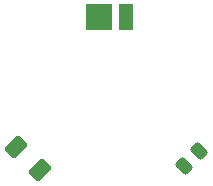
<source format=gtp>
G04 #@! TF.GenerationSoftware,KiCad,Pcbnew,9.0.0*
G04 #@! TF.CreationDate,2025-04-29T16:13:28+03:00*
G04 #@! TF.ProjectId,LED-BOARD,4c45442d-424f-4415-9244-2e6b69636164,rev?*
G04 #@! TF.SameCoordinates,Original*
G04 #@! TF.FileFunction,Paste,Top*
G04 #@! TF.FilePolarity,Positive*
%FSLAX46Y46*%
G04 Gerber Fmt 4.6, Leading zero omitted, Abs format (unit mm)*
G04 Created by KiCad (PCBNEW 9.0.0) date 2025-04-29 16:13:28*
%MOMM*%
%LPD*%
G01*
G04 APERTURE LIST*
G04 Aperture macros list*
%AMRoundRect*
0 Rectangle with rounded corners*
0 $1 Rounding radius*
0 $2 $3 $4 $5 $6 $7 $8 $9 X,Y pos of 4 corners*
0 Add a 4 corners polygon primitive as box body*
4,1,4,$2,$3,$4,$5,$6,$7,$8,$9,$2,$3,0*
0 Add four circle primitives for the rounded corners*
1,1,$1+$1,$2,$3*
1,1,$1+$1,$4,$5*
1,1,$1+$1,$6,$7*
1,1,$1+$1,$8,$9*
0 Add four rect primitives between the rounded corners*
20,1,$1+$1,$2,$3,$4,$5,0*
20,1,$1+$1,$4,$5,$6,$7,0*
20,1,$1+$1,$6,$7,$8,$9,0*
20,1,$1+$1,$8,$9,$2,$3,0*%
G04 Aperture macros list end*
%ADD10RoundRect,0.250000X0.707107X0.176777X0.176777X0.707107X-0.707107X-0.176777X-0.176777X-0.707107X0*%
%ADD11R,2.200000X2.200000*%
%ADD12R,1.250000X2.200000*%
%ADD13RoundRect,0.243750X0.150260X-0.494975X0.494975X-0.150260X-0.150260X0.494975X-0.494975X0.150260X0*%
G04 APERTURE END LIST*
D10*
X117239950Y-91489949D03*
X115260050Y-89510051D03*
D11*
X122250000Y-78550000D03*
D12*
X124525000Y-78550000D03*
D13*
X129437088Y-91162913D03*
X130762912Y-89837087D03*
M02*

</source>
